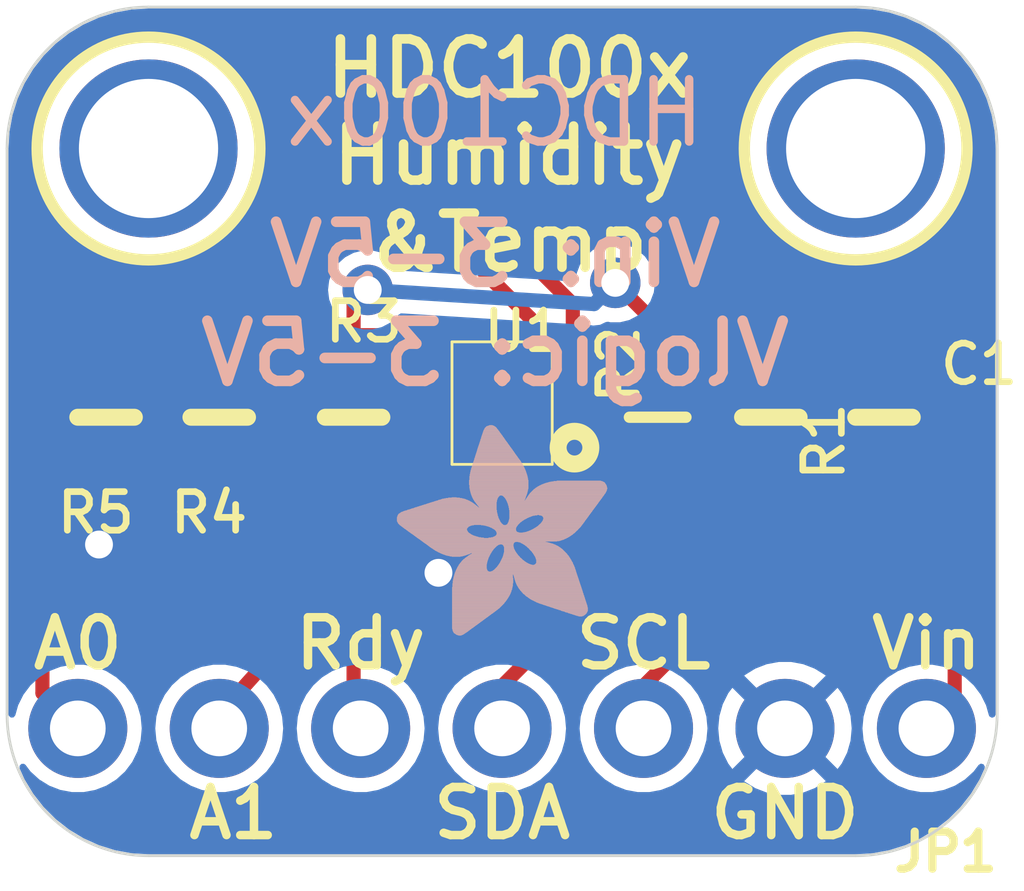
<source format=kicad_pcb>
(kicad_pcb (version 20221018) (generator pcbnew)
  (layers (0 "F.Cu" signal) (31 "B.Cu" signal) (34 "B.Paste" user) (35 "F.Paste" user) (36 "B.SilkS" user "B.Silkscreen") (37 "F.SilkS" user "F.Silkscreen") (38 "B.Mask" user) (39 "F.Mask" user) (44 "Edge.Cuts" user))
  (net 0 "")
  (net 1 "SCL")
  (net 2 "SDY")
  (net 3 "RDY")
  (net 4 "VDD")
  (net 5 "A1")
  (net 6 "A0")
  (net 7 "GND")
  (footprint "working:FIDUCIAL_1MM" (layer "F.Cu") (at 152.3111 101.9556)
    (fp_text reference "FID2" hide)
    (fp_text value "FIDUCIAL\"\"" hide)
    (pad "1" smd roundrect (at 0 0) (size 1 1) (layers "F.Cu" "F.Mask") (roundrect_rratio 0.5))
  )
  (footprint "working:DSBGA8_HDC1008" (layer "F.Cu") (at 148.5011 104.4956 180)
    (fp_text reference "U1" (at 0.392 1.292) (layer "F.SilkS") (effects (font (size 0.692831 0.692831) (thickness 0.119969)) (justify left)))
    (fp_text value "HDC1008")
    (pad "A1" smd roundrect (at -0.5 -0.75 180) (size 0.263 0.263) (layers "F.Cu") (roundrect_rratio 0.5) (net 1 "SCL"))
    (pad "A2" smd roundrect (at 0.5 -0.75 180) (size 0.263 0.263) (layers "F.Cu") (roundrect_rratio 0.5) (net 2 "SDY"))
    (pad "B1" smd roundrect (at -0.5 -0.25 180) (size 0.263 0.263) (layers "F.Cu") (roundrect_rratio 0.5) (net 4 "VDD"))
    (pad "B2" smd roundrect (at 0.5 -0.25 180) (size 0.263 0.263) (layers "F.Cu") (roundrect_rratio 0.5) (net 7 "GND"))
    (pad "C1" smd roundrect (at -0.5 0.25 180) (size 0.263 0.263) (layers "F.Cu") (roundrect_rratio 0.5) (net 6 "A0"))
    (pad "C2" smd roundrect (at 0.5 0.25 180) (size 0.263 0.263) (layers "F.Cu") (roundrect_rratio 0.5))
    (pad "D1" smd roundrect (at -0.5 0.75 180) (size 0.263 0.263) (layers "F.Cu") (roundrect_rratio 0.5) (net 5 "A1"))
    (pad "D2" smd roundrect (at 0.5 0.75 180) (size 0.263 0.263) (layers "F.Cu") (roundrect_rratio 0.5) (net 3 "RDY"))
  )
  (footprint "working:MOUNTINGHOLE_2.5_PLATED" (layer "F.Cu") (at 142.1511 99.9236)
    (fp_text reference "U$2" hide)
    (fp_text value "MOUNTINGHOLE2.5" hide)
    (pad "P$1" thru_hole circle (at 0 0) (size 3.2 3.2) (drill 2.5) (layers "*.Cu" "*.Mask"))
    (zone (net 0) (net_name "") (layer "B.Cu") (connect_pads (clearance 0)) (min_thickness 0.25)
      (keepout (tracks not_allowed) (vias not_allowed) (pads not_allowed) (copperpour not_allowed) (footprints allowed))
      (fill (thermal_gap 0.5) (thermal_bridge_width 0.5))
      (polygon (pts (xy 144.1671 99.9236) (xy 144.14748 99.643027) (xy 144.089004 99.367915) (xy 143.992808 99.103619) (xy 143.860765 98.855283) (xy 143.695446 98.62774) (xy 143.500067 98.42542) (xy 143.278433 98.25226) (xy 143.034856 98.111631) (xy 142.774078 98.00627) (xy 142.501175 97.938228) (xy 142.221457 97.908828) (xy 141.940371 97.918644) (xy 141.663385 97.967484) (xy 141.395893 98.054397) (xy 141.1431 98.177693) (xy 140.909926 98.33497) (xy 140.700911 98.523169) (xy 140.520122 98.738625) (xy 140.371078 98.977145) (xy 140.25668 99.234087) (xy 140.179154 99.50445) (xy 140.140011 99.782971) (xy 140.140011 100.064229) (xy 140.179154 100.34275) (xy 140.25668 100.613113) (xy 140.371078 100.870055) (xy 140.520122 101.108575) (xy 140.700911 101.324031) (xy 140.909926 101.51223) (xy 141.1431 101.669507) (xy 141.395893 101.792803) (xy 141.663385 101.879716) (xy 141.940371 101.928556) (xy 142.221457 101.938372) (xy 142.501175 101.908972) (xy 142.774078 101.84093) (xy 143.034856 101.735569) (xy 143.278433 101.59494) (xy 143.500067 101.42178) (xy 143.695446 101.21946) (xy 143.860765 100.991917) (xy 143.992808 100.743581) (xy 144.089004 100.479285) (xy 144.14748 100.204173)))
      (polygon (pts (xy 142.1351 99.9236) (xy 142.139786 99.934914) (xy 142.1511 99.9396) (xy 142.162414 99.934914) (xy 142.1671 99.9236) (xy 142.162414 99.912286) (xy 142.1511 99.9076) (xy 142.139786 99.912286)))
    )
  )
  (footprint "working:1X07_ROUND_70" (layer "F.Cu") (at 148.5011 110.3376 180)
    (fp_text reference "JP1" (at -8.9662 -1.8288 180) (layer "F.SilkS") (effects (font (size 0.666496 0.666496) (thickness 0.146304)) (justify right top)))
    (fp_text value "")
    (pad "1" thru_hole circle (at -7.62 0 270) (size 1.778 1.778) (drill 1) (layers "*.Cu" "*.Mask") (net 4 "VDD"))
    (pad "2" thru_hole circle (at -5.08 0 270) (size 1.778 1.778) (drill 1) (layers "*.Cu" "*.Mask") (net 7 "GND"))
    (pad "3" thru_hole circle (at -2.54 0 270) (size 1.778 1.778) (drill 1) (layers "*.Cu" "*.Mask") (net 1 "SCL"))
    (pad "4" thru_hole circle (at 0 0 270) (size 1.778 1.778) (drill 1) (layers "*.Cu" "*.Mask") (net 2 "SDY"))
    (pad "5" thru_hole circle (at 2.54 0 270) (size 1.778 1.778) (drill 1) (layers "*.Cu" "*.Mask") (net 3 "RDY"))
    (pad "6" thru_hole circle (at 5.08 0 270) (size 1.778 1.778) (drill 1) (layers "*.Cu" "*.Mask") (net 5 "A1"))
    (pad "7" thru_hole circle (at 7.62 0 270) (size 1.778 1.778) (drill 1) (layers "*.Cu" "*.Mask") (net 6 "A0"))
  )
  (footprint "working:MOUNTINGHOLE_2.5_PLATED" (layer "F.Cu") (at 154.8511 99.9236)
    (fp_text reference "U$3" hide)
    (fp_text value "MOUNTINGHOLE2.5" hide)
    (pad "P$1" thru_hole circle (at 0 0) (size 3.2 3.2) (drill 2.5) (layers "*.Cu" "*.Mask"))
    (zone (net 0) (net_name "") (layer "B.Cu") (connect_pads (clearance 0)) (min_thickness 0.25)
      (keepout (tracks not_allowed) (vias not_allowed) (pads not_allowed) (copperpour not_allowed) (footprints allowed))
      (fill (thermal_gap 0.5) (thermal_bridge_width 0.5))
      (polygon (pts (xy 156.8671 99.9236) (xy 156.84748 99.643027) (xy 156.789004 99.367915) (xy 156.692808 99.103619) (xy 156.560765 98.855283) (xy 156.395446 98.62774) (xy 156.200067 98.42542) (xy 155.978433 98.25226) (xy 155.734856 98.111631) (xy 155.474078 98.00627) (xy 155.201175 97.938228) (xy 154.921457 97.908828) (xy 154.640371 97.918644) (xy 154.363385 97.967484) (xy 154.095893 98.054397) (xy 153.8431 98.177693) (xy 153.609926 98.33497) (xy 153.400911 98.523169) (xy 153.220122 98.738625) (xy 153.071078 98.977145) (xy 152.95668 99.234087) (xy 152.879154 99.50445) (xy 152.840011 99.782971) (xy 152.840011 100.064229) (xy 152.879154 100.34275) (xy 152.95668 100.613113) (xy 153.071078 100.870055) (xy 153.220122 101.108575) (xy 153.400911 101.324031) (xy 153.609926 101.51223) (xy 153.8431 101.669507) (xy 154.095893 101.792803) (xy 154.363385 101.879716) (xy 154.640371 101.928556) (xy 154.921457 101.938372) (xy 155.201175 101.908972) (xy 155.474078 101.84093) (xy 155.734856 101.735569) (xy 155.978433 101.59494) (xy 156.200067 101.42178) (xy 156.395446 101.21946) (xy 156.560765 100.991917) (xy 156.692808 100.743581) (xy 156.789004 100.479285) (xy 156.84748 100.204173)))
      (polygon (pts (xy 154.8351 99.9236) (xy 154.839786 99.934914) (xy 154.8511 99.9396) (xy 154.862414 99.934914) (xy 154.8671 99.9236) (xy 154.862414 99.912286) (xy 154.8511 99.9076) (xy 154.839786 99.912286)))
    )
  )
  (footprint "working:0805-NO" (layer "F.Cu") (at 143.4211 104.7496 90)
    (fp_text reference "R4" (at -1.7145 0.5715) (layer "F.SilkS") (effects (font (size 0.692831 0.692831) (thickness 0.119969)) (justify right)))
    (fp_text value "10K")
    (pad "1" smd rect (at -0.95 0 90) (size 1.3 1.5) (layers "F.Cu" "F.Paste" "F.Mask") (net 7 "GND"))
    (pad "2" smd rect (at 0.95 0 90) (size 1.3 1.5) (layers "F.Cu" "F.Paste" "F.Mask") (net 5 "A1"))
  )
  (footprint "working:0805-NO" (layer "F.Cu") (at 145.8341 104.7496 90)
    (fp_text reference "R3" (at 1.7145 -0.5715) (layer "F.SilkS") (effects (font (size 0.692831 0.692831) (thickness 0.119969)) (justify left)))
    (fp_text value "10K")
    (pad "1" smd rect (at -0.95 0 90) (size 1.3 1.5) (layers "F.Cu" "F.Paste" "F.Mask") (net 3 "RDY"))
    (pad "2" smd rect (at 0.95 0 90) (size 1.3 1.5) (layers "F.Cu" "F.Paste" "F.Mask") (net 4 "VDD"))
  )
  (footprint "working:0805-NO" (layer "F.Cu") (at 155.3591 104.7496 -90)
    (fp_text reference "C1" (at -0.9525 -0.9525) (layer "F.SilkS") (effects (font (size 0.692831 0.692831) (thickness 0.119969)) (justify left)))
    (fp_text value "10uF")
    (pad "1" smd rect (at -0.95 0 270) (size 1.3 1.5) (layers "F.Cu" "F.Paste" "F.Mask") (net 4 "VDD"))
    (pad "2" smd rect (at 0.95 0 270) (size 1.3 1.5) (layers "F.Cu" "F.Paste" "F.Mask") (net 7 "GND"))
  )
  (footprint "working:_0805MP" (layer "F.Cu") (at 151.2951 104.7496 90)
    (fp_text reference "R2" (at 0.1905 -0.6985 90) (layer "F.SilkS") (effects (font (size 0.692831 0.692831) (thickness 0.119969)) (justify left)))
    (fp_text value "10K")
    (pad "1" smd rect (at -1.016 0 90) (size 1.2 1.3) (layers "F.Cu" "F.Paste" "F.Mask") (net 2 "SDY"))
    (pad "2" smd rect (at 1.016 0 90) (size 1.2 1.3) (layers "F.Cu" "F.Paste" "F.Mask") (net 4 "VDD"))
  )
  (footprint "working:0805-NO" (layer "F.Cu") (at 141.3891 104.7496 90)
    (fp_text reference "R5" (at -1.7145 0.5715) (layer "F.SilkS") (effects (font (size 0.692831 0.692831) (thickness 0.119969)) (justify right)))
    (fp_text value "10K")
    (pad "1" smd rect (at -0.95 0 90) (size 1.3 1.5) (layers "F.Cu" "F.Paste" "F.Mask") (net 7 "GND"))
    (pad "2" smd rect (at 0.95 0 90) (size 1.3 1.5) (layers "F.Cu" "F.Paste" "F.Mask") (net 6 "A0"))
  )
  (footprint "working:0805-NO" (layer "F.Cu") (at 153.3271 104.7496 90)
    (fp_text reference "R1" (at 0.3175 0.9525 90) (layer "F.SilkS") (effects (font (size 0.692831 0.692831) (thickness 0.119969)) (justify right)))
    (fp_text value "10K")
    (pad "1" smd rect (at -0.95 0 90) (size 1.3 1.5) (layers "F.Cu" "F.Paste" "F.Mask") (net 1 "SCL"))
    (pad "2" smd rect (at 0.95 0 90) (size 1.3 1.5) (layers "F.Cu" "F.Paste" "F.Mask") (net 4 "VDD"))
  )
  (footprint "working:FIDUCIAL_1MM" (layer "F.Cu") (at 143.2941 107.9246)
    (fp_text reference "FID1" hide)
    (fp_text value "FIDUCIAL\"\"" hide)
    (pad "1" smd roundrect (at 0 0) (size 1 1) (layers "F.Cu" "F.Mask") (roundrect_rratio 0.5))
  )
  (footprint "working:ADAFRUIT_3.5MM" (layer "B.Cu") (at 150.4061 108.6866 180)
    (fp_text reference "U$14" hide)
    (fp_text value "" hide)
  )
  (gr_arc (start 139.6111 99.9236) (mid 140.355049 98.127549) (end 142.1511 97.3836) (stroke (width 0.05)) (layer "Edge.Cuts"))
  (gr_arc (start 157.3911 110.0836) (mid 156.647151 111.879651) (end 154.8511 112.6236) (stroke (width 0.05)) (layer "Edge.Cuts"))
  (gr_arc (start 154.8511 97.3836) (mid 156.647151 98.127549) (end 157.3911 99.9236) (stroke (width 0.05)) (layer "Edge.Cuts"))
  (gr_line (start 154.8511 112.6236) (end 142.1511 112.6236) (stroke (width 0.05)) (layer "Edge.Cuts"))
  (gr_line (start 142.1511 97.3836) (end 154.8511 97.3836) (stroke (width 0.05)) (layer "Edge.Cuts"))
  (gr_arc (start 142.1511 112.6236) (mid 140.355049 111.879651) (end 139.6111 110.0836) (stroke (width 0.05)) (layer "Edge.Cuts"))
  (gr_line (start 157.3911 99.9236) (end 157.3911 110.0836) (stroke (width 0.05)) (layer "Edge.Cuts"))
  (gr_line (start 139.6111 110.0836) (end 139.6111 99.9236) (stroke (width 0.05)) (layer "Edge.Cuts"))
  (gr_text "Vin: 3-5V" (at 148.3741 101.8286) (layer "B.SilkS") (effects (font (size 1.0795 1.0795) (thickness 0.1905)) (justify mirror)))
  (gr_text "Vlogic: 3-5V" (at 148.3741 103.6066) (layer "B.SilkS") (effects (font (size 1.0795 1.0795) (thickness 0.1905)) (justify mirror)))
  (gr_text "HDC100x" (at 148.3741 99.2886) (layer "B.SilkS") (effects (font (size 1.1176 1.1176) (thickness 0.1524)) (justify mirror)))
  (gr_text "GND" (at 153.5811 111.8616) (layer "F.SilkS") (effects (font (size 0.8636 0.8636) (thickness 0.1524))))
  (gr_text "HDC100x\nHumidity\n&Temp" (at 148.6281 100.0506) (layer "F.SilkS") (effects (font (size 0.97155 0.97155) (thickness 0.17145))))
  (gr_text "SCL" (at 151.0411 108.8136) (layer "F.SilkS") (effects (font (size 0.8636 0.8636) (thickness 0.1524))))
  (gr_text "Vin" (at 156.1211 108.8136) (layer "F.SilkS") (effects (font (size 0.8636 0.8636) (thickness 0.1524))))
  (gr_text "Rdy" (at 145.9611 108.8136) (layer "F.SilkS") (effects (font (size 0.8636 0.8636) (thickness 0.1524))))
  (gr_text "A0" (at 140.8811 108.8136) (layer "F.SilkS") (effects (font (size 0.8636 0.8636) (thickness 0.1524))))
  (gr_text "A1" (at 143.6751 111.8616) (layer "F.SilkS") (effects (font (size 0.8636 0.8636) (thickness 0.1524))))
  (gr_text "SDA" (at 148.5011 111.8616) (layer "F.SilkS") (effects (font (size 0.8636 0.8636) (thickness 0.1524))))
  (segment (start 153.0071 105.6996) (end 153.3271 105.6996) (width 0.254) (layer "F.Cu") (net 1))
  (segment (start 153.3271 107.2896) (end 151.0411 109.5756) (width 0.254) (layer "F.Cu") (net 1))
  (segment (start 152.0571 104.7496) (end 153.0071 105.6996) (width 0.254) (layer "F.Cu") (net 1))
  (segment (start 149.0011 105.2456) (end 149.7831 105.2456) (width 0.254) (layer "F.Cu") (net 1))
  (segment (start 149.7831 105.2456) (end 150.2791 104.7496) (width 0.254) (layer "F.Cu") (net 1))
  (segment (start 153.3271 105.6996) (end 153.3271 107.2896) (width 0.254) (layer "F.Cu") (net 1))
  (segment (start 150.2791 104.7496) (end 152.0571 104.7496) (width 0.254) (layer "F.Cu") (net 1))
  (segment (start 151.0411 109.5756) (end 151.0411 110.3376) (width 0.254) (layer "F.Cu") (net 1))
  (segment (start 151.2951 106.2736) (end 151.2951 106.7816) (width 0.254) (layer "F.Cu") (net 2))
  (segment (start 151.2951 105.7656) (end 151.2951 106.2736) (width 0.254) (layer "F.Cu") (net 2))
  (segment (start 148.0011 105.2456) (end 147.9931 105.2536) (width 0.254) (layer "F.Cu") (net 2))
  (segment (start 148.5011 109.5756) (end 148.5011 110.3376) (width 0.254) (layer "F.Cu") (net 2))
  (segment (start 147.9931 106.0196) (end 148.2471 106.2736) (width 0.254) (layer "F.Cu") (net 2))
  (segment (start 148.2471 106.2736) (end 151.2951 106.2736) (width 0.254) (layer "F.Cu") (net 2))
  (segment (start 147.9931 105.2536) (end 147.9931 106.0196) (width 0.254) (layer "F.Cu") (net 2))
  (segment (start 151.2951 106.7816) (end 148.5011 109.5756) (width 0.254) (layer "F.Cu") (net 2))
  (segment (start 147.1041 104.4296) (end 145.8341 105.6996) (width 0.254) (layer "F.Cu") (net 3))
  (segment (start 145.8341 110.0836) (end 145.9611 110.3376) (width 0.254) (layer "F.Cu") (net 3))
  (segment (start 147.1041 104.3686) (end 147.1041 104.4296) (width 0.254) (layer "F.Cu") (net 3))
  (segment (start 148.0011 103.7456) (end 147.7271 103.7456) (width 0.254) (layer "F.Cu") (net 3))
  (segment (start 147.7271 103.7456) (end 147.1041 104.3686) (width 0.254) (layer "F.Cu") (net 3))
  (segment (start 145.8341 105.6996) (end 145.8341 110.0836) (width 0.254) (layer "F.Cu") (net 3))
  (segment (start 155.3591 103.7996) (end 156.1871 103.7996) (width 0.254) (layer "F.Cu") (net 4))
  (segment (start 145.8341 102.7176) (end 146.0881 102.4636) (width 0.254) (layer "F.Cu") (net 4))
  (segment (start 153.3271 103.7996) (end 155.3591 103.7996) (width 0.254) (layer "F.Cu") (net 4))
  (segment (start 145.8341 103.7996) (end 145.8341 102.7176) (width 0.254) (layer "F.Cu") (net 4))
  (segment (start 150.5331 103.7336) (end 151.2951 103.7336) (width 0.254) (layer "F.Cu") (net 4))
  (segment (start 151.2951 103.7336) (end 153.2611 103.7336) (width 0.254) (layer "F.Cu") (net 4))
  (segment (start 153.2611 103.7336) (end 153.3271 103.7996) (width 0.254) (layer "F.Cu") (net 4))
  (segment (start 149.5211 104.7456) (end 150.5331 103.7336) (width 0.254) (layer "F.Cu") (net 4))
  (segment (start 151.2951 103.0986) (end 151.2951 103.7336) (width 0.254) (layer "F.Cu") (net 4))
  (segment (start 156.6291 104.2416) (end 156.6291 109.8296) (width 0.254) (layer "F.Cu") (net 4))
  (segment (start 149.0011 104.7456) (end 149.5211 104.7456) (width 0.254) (layer "F.Cu") (net 4))
  (segment (start 156.6291 109.8296) (end 156.1211 110.3376) (width 0.254) (layer "F.Cu") (net 4))
  (segment (start 156.1871 103.7996) (end 156.6291 104.2416) (width 0.254) (layer "F.Cu") (net 4))
  (segment (start 150.5331 102.3366) (end 151.2951 103.0986) (width 0.254) (layer "F.Cu") (net 4))
  (via (at 146.0881 102.4636) (size 0.9064) (drill 0.5) (layers "F.Cu" "B.Cu") (net 4))
  (via (at 150.5331 102.3366) (size 0.9064) (drill 0.5) (layers "F.Cu" "B.Cu") (net 4))
  (segment (start 146.0881 102.4636) (end 150.1521 102.7176) (width 0.254) (layer "B.Cu") (net 4))
  (segment (start 150.1521 102.7176) (end 150.5331 102.3366) (width 0.254) (layer "B.Cu") (net 4))
  (segment (start 144.3761 103.7996) (end 144.5641 103.9876) (width 0.254) (layer "F.Cu") (net 5))
  (segment (start 144.5641 103.9876) (end 144.5641 108.8136) (width 0.254) (layer "F.Cu") (net 5))
  (segment (start 149.0011 103.7456) (end 149.0011 102.9636) (width 0.254) (layer "F.Cu") (net 5))
  (segment (start 143.4211 110.0836) (end 143.4211 110.3376) (width 0.254) (layer "F.Cu") (net 5))
  (segment (start 145.4531 101.5746) (end 143.4211 103.6066) (width 0.254) (layer "F.Cu") (net 5))
  (segment (start 147.6121 101.5746) (end 145.4531 101.5746) (width 0.254) (layer "F.Cu") (net 5))
  (segment (start 143.4211 103.7996) (end 144.3761 103.7996) (width 0.254) (layer "F.Cu") (net 5))
  (segment (start 143.4211 103.6066) (end 143.4211 103.7996) (width 0.254) (layer "F.Cu") (net 5))
  (segment (start 149.0011 102.9636) (end 147.6121 101.5746) (width 0.254) (layer "F.Cu") (net 5))
  (segment (start 144.5641 108.8136) (end 143.4211 110.0836) (width 0.254) (layer "F.Cu") (net 5))
  (segment (start 147.9931 100.9396) (end 149.7711 102.7176) (width 0.254) (layer "F.Cu") (net 6))
  (segment (start 140.2461 109.7026) (end 140.8811 110.3376) (width 0.254) (layer "F.Cu") (net 6))
  (segment (start 143.4211 102.4636) (end 144.9451 100.9396) (width 0.254) (layer "F.Cu") (net 6))
  (segment (start 149.2591 104.2456) (end 149.7711 103.7336) (width 0.254) (layer "F.Cu") (net 6))
  (segment (start 144.9451 100.9396) (end 147.9931 100.9396) (width 0.254) (layer "F.Cu") (net 6))
  (segment (start 140.6881 103.7996) (end 140.2461 104.2416) (width 0.254) (layer "F.Cu") (net 6))
  (segment (start 142.6591 102.4636) (end 142.1511 102.9716) (width 0.254) (layer "F.Cu") (net 6))
  (segment (start 149.0011 104.2456) (end 149.2591 104.2456) (width 0.254) (layer "F.Cu") (net 6))
  (segment (start 142.1511 102.9716) (end 141.3891 103.7996) (width 0.254) (layer "F.Cu") (net 6))
  (segment (start 143.4211 102.4636) (end 142.6591 102.4636) (width 0.254) (layer "F.Cu") (net 6))
  (segment (start 141.3891 103.7996) (end 140.6881 103.7996) (width 0.254) (layer "F.Cu") (net 6))
  (segment (start 149.7711 103.7336) (end 149.7711 102.7176) (width 0.254) (layer "F.Cu") (net 6))
  (segment (start 140.2461 104.2416) (end 140.2461 109.7026) (width 0.254) (layer "F.Cu") (net 6))
  (segment (start 141.3891 105.6996) (end 143.4211 105.6996) (width 0.254) (layer "F.Cu") (net 7))
  (segment (start 147.2311 105.1306) (end 147.2311 107.4166) (width 0.254) (layer "F.Cu") (net 7))
  (segment (start 155.3591 105.6996) (end 155.3591 108.5596) (width 0.254) (layer "F.Cu") (net 7))
  (segment (start 141.3891 106.9086) (end 141.2621 107.0356) (width 0.254) (layer "F.Cu") (net 7))
  (segment (start 141.3891 105.6996) (end 141.3891 106.9086) (width 0.254) (layer "F.Cu") (net 7))
  (segment (start 147.6161 104.7456) (end 147.2311 105.1306) (width 0.254) (layer "F.Cu") (net 7))
  (segment (start 147.2311 107.4166) (end 147.3581 107.5436) (width 0.254) (layer "F.Cu") (net 7))
  (segment (start 155.3591 108.5596) (end 153.5811 110.3376) (width 0.254) (layer "F.Cu") (net 7))
  (segment (start 148.0011 104.7456) (end 147.6161 104.7456) (width 0.254) (layer "F.Cu") (net 7))
  (via (at 147.3581 107.5436) (size 0.9064) (drill 0.5) (layers "F.Cu" "B.Cu") (net 7))
  (via (at 141.2621 107.0356) (size 0.9064) (drill 0.5) (layers "F.Cu" "B.Cu") (net 7))
  (segment (start 147.3581 107.5436) (end 146.8501 107.5436) (width 0.254) (layer "B.Cu") (net 7))
  (segment (start 141.2621 107.0356) (end 141.2621 107.5436) (width 0.254) (layer "B.Cu") (net 7))
  (zone (net 7) (net_name "GND") (layer "B.Cu") (priority 6) (connect_pads (clearance 0.254)) (min_thickness 0.127) (fill yes (thermal_gap 0.304) (thermal_bridge_width 0.304))
    (polygon (pts (xy 155.172599 97.275815) (xy 155.489411 97.333873) (xy 155.796913 97.429695) (xy 156.090625 97.561884) (xy 156.36626 97.728511) (xy 156.619802 97.927148) (xy 156.847552 98.154898) (xy 157.046189 98.40844) (xy 157.212816 98.684075) (xy 157.345005 98.977787) (xy 157.440827 99.285289) (xy 157.498885 99.602101) (xy 157.5181 99.919763) (xy 157.5181 112.7506) (xy 139.4841 112.7506) (xy 139.4841 99.919763) (xy 139.503315 99.602101) (xy 139.561373 99.285289) (xy 139.657195 98.977787) (xy 139.789384 98.684075) (xy 139.956011 98.40844) (xy 140.154648 98.154898) (xy 140.382398 97.927148) (xy 140.63594 97.728511) (xy 140.911575 97.561884) (xy 141.205287 97.429695) (xy 141.512789 97.333873) (xy 141.829601 97.275815) (xy 142.147263 97.2566) (xy 154.854937 97.2566)))
  )
)
</source>
